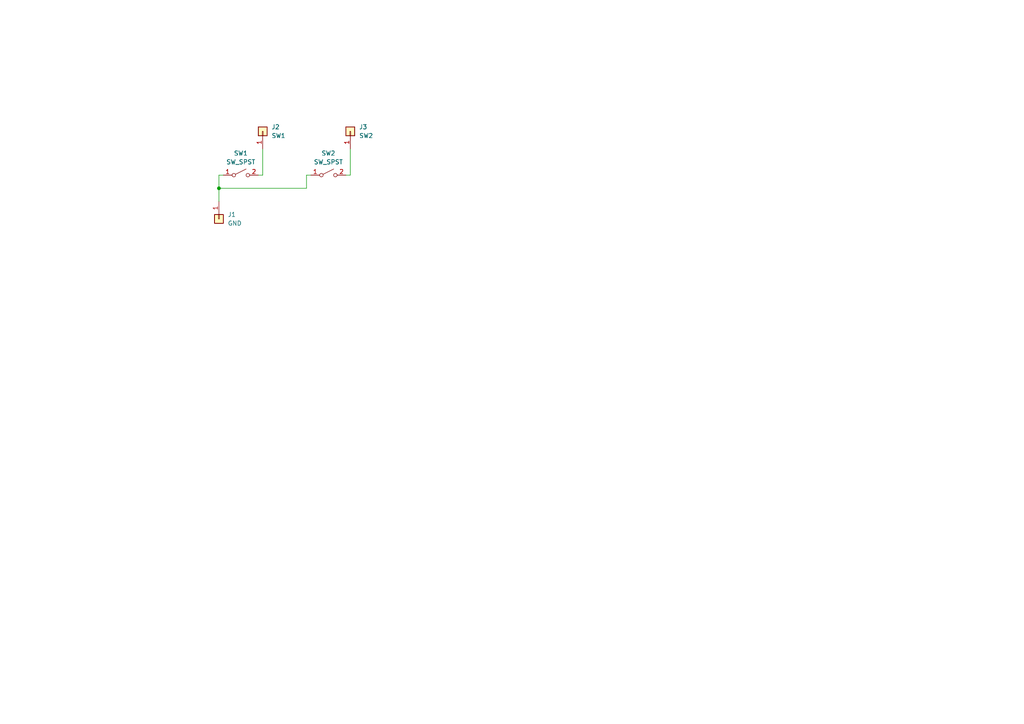
<source format=kicad_sch>
(kicad_sch (version 20250114) (generator "eeschema") (generator_version "9.0")
  (paper "A4")
  (lib_symbols
    (symbol "Connector_Generic:Conn_01x01" (pin_names (offset 1.016) (hide yes))
      (property "Reference" "J" (at 0 2.54 0))
      (property "Value" "Conn_01x01" (at 0 -2.54 0))
      (symbol "Conn_01x01_1_1"
        (rectangle (start -1.27 1.27) (end 1.27 -1.27) (stroke (width 0.254)) (fill (type background)))
        (rectangle (start -1.27 0.127) (end 0 -0.127) (stroke (width 0.1524)))
        (pin passive line (at -5.08 0 0) (length 3.81) (name "Pin_1") (number "1"))
      )
    )
    (symbol "Switch:SW_SPST" (pin_names (offset 0) (hide yes))
      (property "Reference" "SW" (at 0 3.175 0))
      (property "Value" "SW_SPST" (at 0 -2.54 0))
      (symbol "SW_SPST_0_0"
        (circle (center -2.032 0) (radius 0.508))
        (polyline (pts (xy -1.524 0.254) (xy 1.524 1.778)))
        (circle (center 2.032 0) (radius 0.508))
      )
      (symbol "SW_SPST_1_1"
        (pin passive line (at -5.08 0 0) (length 2.54) (name "A") (number "1"))
        (pin passive line (at 5.08 0 180) (length 2.54) (name "B") (number "2"))
      )
    )
  )
  (junction (at 63.5 54.61))
  (wire (pts (xy 76.2 43.18) (xy 76.2 50.8)))
  (wire (pts (xy 101.6 50.8) (xy 100.33 50.8)))
  (wire (pts (xy 63.5 50.8) (xy 63.5 54.61)))
  (wire (pts (xy 101.6 43.18) (xy 101.6 50.8)))
  (wire (pts (xy 90.17 50.8) (xy 88.9 50.8)))
  (wire (pts (xy 88.9 50.8) (xy 88.9 54.61)))
  (wire (pts (xy 63.5 54.61) (xy 63.5 58.42)))
  (wire (pts (xy 76.2 50.8) (xy 74.93 50.8)))
  (wire (pts (xy 63.5 54.61) (xy 88.9 54.61)))
  (wire (pts (xy 64.77 50.8) (xy 63.5 50.8)))
  (symbol (lib_id "Connector_Generic:Conn_01x01") (at 76.2 38.1 90) (unit 1)
    (property "Reference" "J2" (at 78.74 36.8299 90) (effects (justify right)))
    (property "Value" "SW1" (at 78.74 39.3699 90) (effects (justify right)))
    (property "Footprint" "TestPoint:TestPoint_THTPad_D3.0mm_Drill1.5mm" (effects (hide yes)))
    (property "Description" "Generic connector, single row, 01x01, script generated (kicad-library-utils/schlib/autogen/connector/)" (effects (hide yes)))
  )
  (symbol (lib_id "Switch:SW_SPST") (at 95.25 50.8 0) (unit 1)
    (property "Reference" "SW2" (at 95.25 44.45 0))
    (property "Value" "SW_SPST" (at 95.25 46.99 0))
    (property "Footprint" "Keyboard Switches:SW_Cherry_MX_1.00u_PCB" (effects (hide yes)))
    (property "Description" "Single Pole Single Throw (SPST) switch" (effects (hide yes)))
  )
  (symbol (lib_id "Connector_Generic:Conn_01x01") (at 101.6 38.1 90) (unit 1)
    (property "Reference" "J3" (at 104.14 36.8299 90) (effects (justify right)))
    (property "Value" "SW2" (at 104.14 39.3699 90) (effects (justify right)))
    (property "Footprint" "TestPoint:TestPoint_THTPad_D3.0mm_Drill1.5mm" (effects (hide yes)))
    (property "Description" "Generic connector, single row, 01x01, script generated (kicad-library-utils/schlib/autogen/connector/)" (effects (hide yes)))
  )
  (symbol (lib_id "Switch:SW_SPST") (at 69.85 50.8 0) (unit 1)
    (property "Reference" "SW1" (at 69.85 44.45 0))
    (property "Value" "SW_SPST" (at 69.85 46.99 0))
    (property "Footprint" "Keyboard Switches:SW_Cherry_MX_1.00u_PCB" (effects (hide yes)))
    (property "Description" "Single Pole Single Throw (SPST) switch" (effects (hide yes)))
  )
  (symbol (lib_id "Connector_Generic:Conn_01x01") (at 63.5 63.5 270) (unit 1)
    (property "Reference" "J1" (at 66.04 62.2299 90) (effects (justify left)))
    (property "Value" "GND" (at 66.04 64.7699 90) (effects (justify left)))
    (property "Footprint" "TestPoint:TestPoint_THTPad_D3.0mm_Drill1.5mm" (effects (hide yes)))
    (property "Description" "Generic connector, single row, 01x01, script generated (kicad-library-utils/schlib/autogen/connector/)" (effects (hide yes)))
  )
)
</source>
